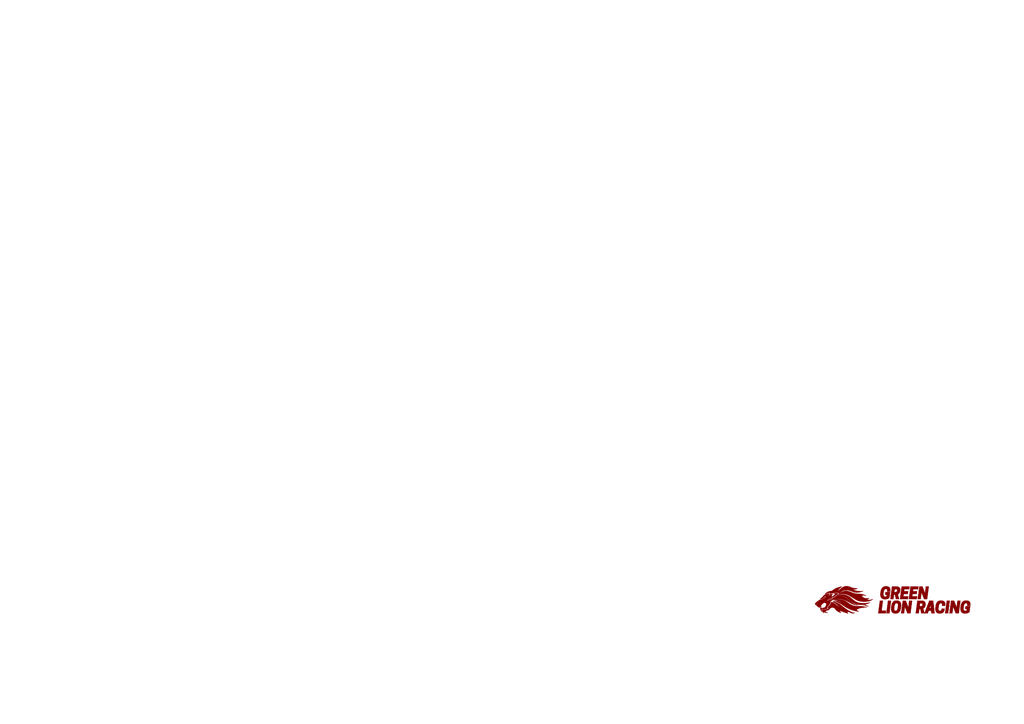
<source format=kicad_sch>
(kicad_sch (version 20250114) (generator "eeschema") (generator_version "9.0")
  (paper "A4")
  (title_block (title "SET A TITLE AND UPDATE AUTHOR FIELDS (DOUBLE CLICK HERE)") (date "${CURRENT_DATE}") (rev "v1") (company "Green Lion Racing") (comment 1 "Author #1") (comment 2 "Author #2"))
  (lib_symbols
    (symbol "GLR_KiCad_Library:LOGO" (pin_names (offset 1.016)))
  )
  (symbol (lib_id "GLR_KiCad_Library:LOGO") (at 259.08 173.99 0) (unit 1)
    (property "Reference" "#G1" (effects (hide yes)))
    (property "Value" "LOGO" (effects (hide yes)))
  )
)
</source>
